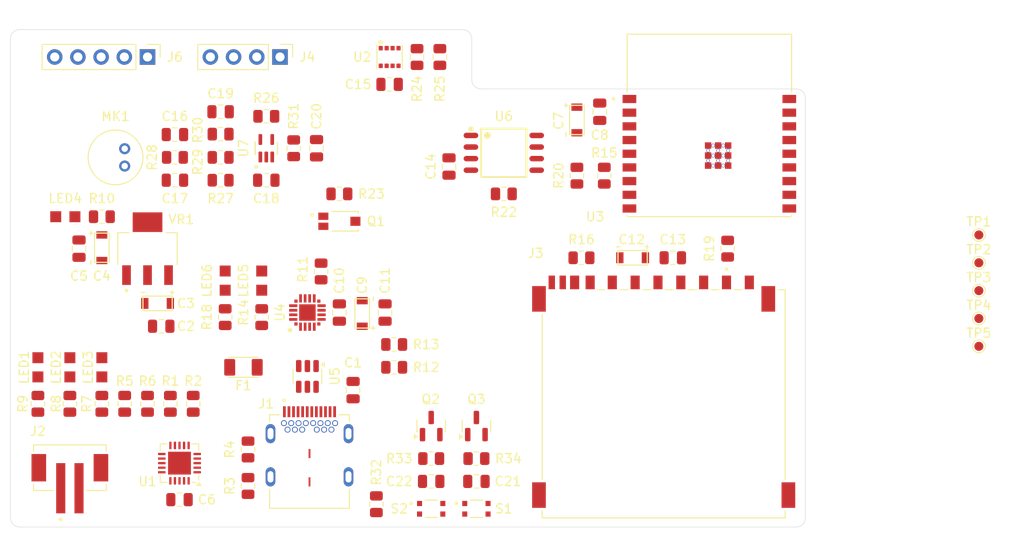
<source format=kicad_pcb>
(kicad_pcb (version 20241229) (generator "pcbnew") (generator_version "9.0")
  (title_block (title "ESP32 sensor board") (date "2025-06-03") (rev "1") (company "Ing. Andrés Chaparro"))
  (layers (0 "F.Cu" signal) (4 "In1.Cu" signal) (6 "In2.Cu" signal) (2 "B.Cu" signal) (13 "F.Paste" user) (15 "B.Paste" user) (5 "F.SilkS" user "F.Silkscreen") (7 "B.SilkS" user "B.Silkscreen") (1 "F.Mask" user) (3 "B.Mask" user) (25 "Edge.Cuts" user))
  (net 0 "")
  (net 1 "/VBUS")
  (net 2 "GND")
  (net 3 "+5V")
  (net 4 "+3.3V")
  (net 5 "/+5V_USB")
  (net 6 "/ESP32-C3-02/VBUS_DI")
  (net 7 "/ESP32-C3-02/Sensors/BIAS")
  (net 8 "/ESP32-C3-02/Sensors/FEEDBACK_2")
  (net 9 "/ESP32-C3-02/MIC_OUT")
  (net 10 "/ESP32-C3-02/BOOT")
  (net 11 "/ESP32-C3-02/EN")
  (net 16 "/USB_DN")
  (net 17 "Net-(J1-CC2)")
  (net 19 "Net-(J1-CC1)")
  (net 21 "/USB_DP")
  (net 26 "/VBAT")
  (net 27 "/ESP32-C3-02/DAT0")
  (net 29 "/ESP32-C3-02/CS_SD")
  (net 30 "/ESP32-C3-02/CLK")
  (net 32 "/ESP32-C3-02/MOSI_DI")
  (net 33 "/ESP32-C3-02/SDA")
  (net 34 "/ESP32-C3-02/SCL")
  (net 35 "/ESP32-C3-02/GPIO_19")
  (net 36 "/ESP32-C3-02/GPIO_8")
  (net 37 "/ESP32-C3-02/GPIO_18")
  (net 38 "/LED1")
  (net 39 "/LED2")
  (net 40 "/LED3")
  (net 41 "/PWR_LED")
  (net 42 "/ESP32-C3-02/TX_LED")
  (net 43 "/ESP32-C3-02/RX_LED")
  (net 44 "/ESP32-C3-02/Sensors/MK_DC")
  (net 45 "/ESP32-C3-02/PHOTO_C")
  (net 46 "/ESP32-C3-02/User interface/B_Q2")
  (net 47 "/ESP32-C3-02/RTS")
  (net 48 "/ESP32-C3-02/User interface/B_Q3")
  (net 49 "/ESP32-C3-02/DTR")
  (net 50 "/TE")
  (net 51 "/THERM")
  (net 52 "/PROG1")
  (net 53 "/PROG3")
  (net 54 "/CHARGING_POWER_GOOD")
  (net 55 "/CHARGED")
  (net 56 "/CHARGING")
  (net 57 "/ESP32-C3-02/RST")
  (net 58 "/ESP32-C3-02/TX")
  (net 59 "/ESP32-C3-02/MOSI")
  (net 60 "/ESP32-C3-02/MISO_DO")
  (net 61 "/ESP32-C3-02/RX")
  (net 62 "/ESP32-C3-02/SCLK")
  (net 63 "/ESP32-C3-02/DO")
  (net 64 "/ESP32-C3-02/CS_MEM")
  (net 65 "/ESP32-C3-02/RX_TX")
  (net 66 "/ESP32-C3-02/TX_RX")
  (net 69 "/ESP32-C3-02/USB_D-")
  (net 73 "/ESP32-C3-02/USB_D+")
  (net 75 "/ESP32-C3-02/Sensors/FEEDBACK_1")
  (net 76 "/ESP32-C3-02/Sensors/MK")
  (footprint "footprints:T491A106K010AT" (layer "F.Cu") (at 142.7 89.2 180)
    (property "Reference" "C3" (at -1.5 -0.8 0) (layer "F.SilkS"))
    (property "Value" "10u")
    (pad "1" smd rect (at 0.2 -0.8 180) (size 0.8 1.2) (layers "F.Cu" "F.Mask" "F.Paste") (net 3 "+5V"))
    (pad "2" smd rect (at 3 -0.8 180) (size 0.8 1.2) (layers "F.Cu" "F.Mask" "F.Paste") (net 2 "GND"))
  )
  (footprint "Package_DFN_QFN:QFN-20-1EP_4x4mm_P0.5mm_EP2.5x2.5mm" (layer "F.Cu") (at 143.5 107.5 180)
    (property "Reference" "U1" (at 3.5 -2 180) (layer "F.SilkS"))
    (property "Value" "MCP73871")
    (pad "1" smd roundrect (at -1.9375 -1 180) (size 0.825 0.25) (layers "F.Cu" "F.Mask" "F.Paste") (net 3 "+5V"))
    (pad "2" smd roundrect (at -1.9375 -0.5 180) (size 0.825 0.25) (layers "F.Cu" "F.Mask" "F.Paste") (net 5 "/+5V_USB"))
    (pad "3" smd roundrect (at -1.9375 0 180) (size 0.825 0.25) (layers "F.Cu" "F.Mask" "F.Paste") (net 2 "GND"))
    (pad "4" smd roundrect (at -1.9375 0.5 180) (size 0.825 0.25) (layers "F.Cu" "F.Mask" "F.Paste") (net 5 "/+5V_USB"))
    (pad "5" smd roundrect (at -1.9375 1 180) (size 0.825 0.25) (layers "F.Cu" "F.Mask" "F.Paste") (net 51 "/THERM"))
    (pad "6" smd roundrect (at -1 1.9375 180) (size 0.25 0.825) (layers "F.Cu" "F.Mask" "F.Paste") (net 56 "/CHARGING"))
    (pad "7" smd roundrect (at -0.5 1.9375 180) (size 0.25 0.825) (layers "F.Cu" "F.Mask" "F.Paste") (net 54 "/CHARGING_POWER_GOOD"))
    (pad "8" smd roundrect (at 0 1.9375 180) (size 0.25 0.825) (layers "F.Cu" "F.Mask" "F.Paste") (net 55 "/CHARGED"))
    (pad "9" smd roundrect (at 0.5 1.9375 180) (size 0.25 0.825) (layers "F.Cu" "F.Mask" "F.Paste") (net 50 "/TE"))
    (pad "10" smd roundrect (at 1 1.9375 180) (size 0.25 0.825) (layers "F.Cu" "F.Mask" "F.Paste") (net 2 "GND"))
    (pad "11" smd roundrect (at 1.9375 1 180) (size 0.825 0.25) (layers "F.Cu" "F.Mask" "F.Paste") (net 2 "GND"))
    (pad "12" smd roundrect (at 1.9375 0.5 180) (size 0.825 0.25) (layers "F.Cu" "F.Mask" "F.Paste") (net 53 "/PROG3"))
    (pad "13" smd roundrect (at 1.9375 0 180) (size 0.825 0.25) (layers "F.Cu" "F.Mask" "F.Paste") (net 52 "/PROG1"))
    (pad "14" smd roundrect (at 1.9375 -0.5 180) (size 0.825 0.25) (layers "F.Cu" "F.Mask" "F.Paste") (net 26 "/VBAT"))
    (pad "15" smd roundrect (at 1.9375 -1 180) (size 0.825 0.25) (layers "F.Cu" "F.Mask" "F.Paste") (net 26 "/VBAT"))
    (pad "16" smd roundrect (at 1 -1.9375 180) (size 0.25 0.825) (layers "F.Cu" "F.Mask" "F.Paste") (net 26 "/VBAT"))
    (pad "17" smd roundrect (at 0.5 -1.9375 180) (size 0.25 0.825) (layers "F.Cu" "F.Mask" "F.Paste") (net 5 "/+5V_USB"))
    (pad "18" smd roundrect (at 0 -1.9375 180) (size 0.25 0.825) (layers "F.Cu" "F.Mask" "F.Paste") (net 5 "/+5V_USB"))
    (pad "19" smd roundrect (at -0.5 -1.9375 180) (size 0.25 0.825) (layers "F.Cu" "F.Mask" "F.Paste") (net 5 "/+5V_USB"))
    (pad "20" smd roundrect (at -1 -1.9375 180) (size 0.25 0.825) (layers "F.Cu" "F.Mask" "F.Paste") (net 3 "+5V"))
    (pad "21" smd rect (at 0 0 180) (size 2.5 2.5) (property pad_prop_heatsink) (layers "F.Cu" "F.Mask") (net 2 "GND"))
  )
  (footprint "Resistor_SMD:R_0805_2012Metric" (layer "F.Cu") (at 135 80.5 180)
    (property "Reference" "R10" (at 0 2 0) (layer "F.SilkS"))
    (property "Value" "470")
    (pad "1" smd roundrect (at -0.9125 0 180) (size 1.025 1.4) (layers "F.Cu" "F.Mask" "F.Paste") (roundrect_rratio 0.243902) (net 2 "GND"))
    (pad "2" smd roundrect (at 0.9125 0 180) (size 1.025 1.4) (layers "F.Cu" "F.Mask" "F.Paste") (roundrect_rratio 0.243902) (net 41 "/PWR_LED"))
  )
  (footprint "Capacitor_SMD:C_0805_2012Metric" (layer "F.Cu") (at 148 69)
    (property "Reference" "C19" (at 0 -2 0) (layer "F.SilkS"))
    (property "Value" "1u")
    (pad "1" smd roundrect (at -0.95 0) (size 1 1.45) (layers "F.Cu" "F.Mask" "F.Paste") (net 8 "/ESP32-C3-02/Sensors/FEEDBACK_2"))
    (pad "2" smd roundrect (at 0.95 0) (size 1 1.45) (layers "F.Cu" "F.Mask" "F.Paste") (net 2 "GND"))
  )
  (footprint "footprints:DIOC200X125X110" (layer "F.Cu") (at 131.5 97 90)
    (property "Reference" "LED2" (at 0 -1.5 90) (layer "F.SilkS"))
    (property "Value" "LTST-C170KGKT")
    (pad "+" smd rect (at 1.05 0 90) (size 1.2 1.2) (layers "F.Cu" "F.Mask" "F.Paste") (net 5 "/+5V_USB"))
    (pad "-" smd rect (at -1.05 0 90) (size 1.2 1.2) (layers "F.Cu" "F.Mask" "F.Paste") (net 39 "/LED2"))
  )
  (footprint "Resistor_SMD:R_0805_2012Metric" (layer "F.Cu") (at 148 74 180)
    (property "Reference" "R29" (at 2.5 -0.5 90) (layer "F.SilkS"))
    (property "Value" "1M")
    (pad "1" smd roundrect (at -0.9125 0 180) (size 1.025 1.4) (layers "F.Cu" "F.Mask" "F.Paste") (roundrect_rratio 0.243902) (net 44 "/ESP32-C3-02/Sensors/MK_DC"))
    (pad "2" smd roundrect (at 0.9125 0 180) (size 1.025 1.4) (layers "F.Cu" "F.Mask" "F.Paste") (roundrect_rratio 0.243902) (net 2 "GND"))
  )
  (footprint "Capacitor_SMD:C_0805_2012Metric" (layer "F.Cu") (at 176 109.5 180)
    (property "Reference" "C21" (at -3.45 0 0) (layer "F.SilkS"))
    (property "Value" "0.1u")
    (pad "1" smd roundrect (at -0.95 0 180) (size 1 1.45) (layers "F.Cu" "F.Mask" "F.Paste") (net 10 "/ESP32-C3-02/BOOT"))
    (pad "2" smd roundrect (at 0.95 0 180) (size 1 1.45) (layers "F.Cu" "F.Mask" "F.Paste") (net 2 "GND"))
  )
  (footprint "MountingHole:MountingHole_2.5mm" (layer "F.Cu") (at 129 73.5)
    (property "Reference" "H2")
    (property "Value" "MountingHole")
    (pad "" np_thru_hole circle (at 0 0) (size 2.5 2.5) (drill 2.5) (layers "*.Cu" "*.Mask"))
  )
  (footprint "footprints:DIOC200X125X110" (layer "F.Cu") (at 135 97 90)
    (property "Reference" "LED3" (at 0 -1.5 90) (layer "F.SilkS"))
    (property "Value" "LTST-C170TBKT")
    (pad "+" smd rect (at 1.05 0 90) (size 1.2 1.2) (layers "F.Cu" "F.Mask" "F.Paste") (net 5 "/+5V_USB"))
    (pad "-" smd rect (at -1.05 0 90) (size 1.2 1.2) (layers "F.Cu" "F.Mask" "F.Paste") (net 40 "/LED3"))
  )
  (footprint "Resistor_SMD:R_0805_2012Metric" (layer "F.Cu") (at 148 76.5 180)
    (property "Reference" "R27" (at 0 -2 0) (layer "F.SilkS"))
    (property "Value" "1M")
    (pad "1" smd roundrect (at -0.9125 0 180) (size 1.025 1.4) (layers "F.Cu" "F.Mask" "F.Paste") (roundrect_rratio 0.243902) (net 4 "+3.3V"))
    (pad "2" smd roundrect (at 0.9125 0 180) (size 1.025 1.4) (layers "F.Cu" "F.Mask" "F.Paste") (roundrect_rratio 0.243902) (net 44 "/ESP32-C3-02/Sensors/MK_DC"))
  )
  (footprint "footprints:CUI_CMC-5042PF-AC" (layer "F.Cu") (at 136.5 74)
    (property "Reference" "MK1" (at 0 -4.5 0) (layer "F.SilkS") (effects (font (size 1.000693 1.000693))))
    (property "Value" "CMC-5042PF-AC")
    (pad "GND" thru_hole circle (at 1 -0.95) (size 1.208 1.208) (drill 0.7) (layers "*.Cu" "*.Mask") (net 2 "GND"))
    (pad "OUT" thru_hole circle (at 1 0.95) (size 1.208 1.208) (drill 0.7) (layers "*.Cu" "*.Mask") (net 76 "/ESP32-C3-02/Sensors/MK"))
  )
  (footprint "footprints:T491A106K010AT" (layer "F.Cu") (at 164.3 92.7 90)
    (property "Reference" "C9" (at 4.7 -0.8 90) (layer "F.SilkS"))
    (property "Value" "4u7")
    (pad "1" smd rect (at 0.2 -0.8 90) (size 0.8 1.2) (layers "F.Cu" "F.Mask" "F.Paste") (net 4 "+3.3V"))
    (pad "2" smd rect (at 3 -0.8 90) (size 0.8 1.2) (layers "F.Cu" "F.Mask" "F.Paste") (net 2 "GND"))
  )
  (footprint "Resistor_SMD:R_0805_2012Metric" (layer "F.Cu") (at 151 110 90)
    (property "Reference" "R3" (at 0 -2 90) (layer "F.SilkS"))
    (property "Value" "5K1")
    (pad "1" smd roundrect (at -0.9125 0 90) (size 1.025 1.4) (layers "F.Cu" "F.Mask" "F.Paste") (roundrect_rratio 0.243902) (net 2 "GND"))
    (pad "2" smd roundrect (at 0.9125 0 90) (size 1.025 1.4) (layers "F.Cu" "F.Mask" "F.Paste") (roundrect_rratio 0.243902) (net 17 "Net-(J1-CC2)"))
  )
  (footprint "Resistor_SMD:R_0805_2012Metric" (layer "F.Cu") (at 142.5 101 -90)
    (property "Reference" "R1" (at -2.5 0 180) (layer "F.SilkS"))
    (property "Value" "10K")
    (pad "1" smd roundrect (at -0.9125 0 270) (size 1.025 1.4) (layers "F.Cu" "F.Mask" "F.Paste") (roundrect_rratio 0.243902) (net 2 "GND"))
    (pad "2" smd roundrect (at 0.9125 0 270) (size 1.025 1.4) (layers "F.Cu" "F.Mask" "F.Paste") (roundrect_rratio 0.243902) (net 50 "/TE"))
  )
  (footprint "footprints:SW_USLPT2819DT2TR" (layer "F.Cu") (at 176 112.5)
    (property "Reference" "S1" (at 3 0 0) (layer "F.SilkS"))
    (property "Value" "USLPT2819DT2TR")
    (pad "1" smd rect (at -1.275 -0.58) (size 0.55 0.57) (layers "F.Cu" "F.Mask" "F.Paste") (net 2 "GND"))
    (pad "2" smd rect (at 1.275 -0.58) (size 0.55 0.57) (layers "F.Cu" "F.Mask" "F.Paste") (net 2 "GND"))
    (pad "3" smd rect (at -1.275 0.58) (size 0.55 0.57) (layers "F.Cu" "F.Mask" "F.Paste") (net 10 "/ESP32-C3-02/BOOT"))
    (pad "4" smd rect (at 1.275 0.58) (size 0.55 0.57) (layers "F.Cu" "F.Mask" "F.Paste") (net 10 "/ESP32-C3-02/BOOT"))
  )
  (footprint "Resistor_SMD:R_0805_2012Metric" (layer "F.Cu") (at 179 78 180)
    (property "Reference" "R22" (at 0 -2 0) (layer "F.SilkS"))
    (property "Value" "50")
    (pad "1" smd roundrect (at -0.9125 0 180) (size 1.025 1.4) (layers "F.Cu" "F.Mask" "F.Paste") (roundrect_rratio 0.243902) (net 60 "/ESP32-C3-02/MISO_DO"))
    (pad "2" smd roundrect (at 0.9125 0 180) (size 1.025 1.4) (layers "F.Cu" "F.Mask" "F.Paste") (roundrect_rratio 0.243902) (net 63 "/ESP32-C3-02/DO"))
  )
  (footprint "Resistor_SMD:R_0805_2012Metric" (layer "F.Cu") (at 152.5 91.5 90)
    (property "Reference" "R14" (at 0.5 -2 90) (layer "F.SilkS"))
    (property "Value" "470")
    (pad "1" smd roundrect (at -0.9125 0 90) (size 1.025 1.4) (layers "F.Cu" "F.Mask" "F.Paste") (roundrect_rratio 0.243902) (net 58 "/ESP32-C3-02/TX"))
    (pad "2" smd roundrect (at 0.9125 0 90) (size 1.025 1.4) (layers "F.Cu" "F.Mask" "F.Paste") (roundrect_rratio 0.243902) (net 42 "/ESP32-C3-02/TX_LED"))
  )
  (footprint "TestPoint:TestPoint_Pad_D1.0mm" (layer "F.Cu") (at 231 85.55)
    (property "Reference" "TP2" (at 0 -1.448 0) (layer "F.SilkS"))
    (property "Value" "Test MISO")
    (pad "1" smd circle (at 0 0) (size 1 1) (layers "F.Cu" "F.Mask") (net 60 "/ESP32-C3-02/MISO_DO"))
  )
  (footprint "Resistor_SMD:R_0805_2012Metric" (layer "F.Cu") (at 171.05 107 180)
    (property "Reference" "R33" (at 3.5 0 0) (layer "F.SilkS"))
    (property "Value" "10K")
    (pad "1" smd roundrect (at -0.9125 0 180) (size 1.025 1.4) (layers "F.Cu" "F.Mask" "F.Paste") (roundrect_rratio 0.243902) (net 49 "/ESP32-C3-02/DTR"))
    (pad "2" smd roundrect (at 0.9125 0 180) (size 1.025 1.4) (layers "F.Cu" "F.Mask" "F.Paste") (roundrect_rratio 0.243902) (net 46 "/ESP32-C3-02/User interface/B_Q2"))
  )
  (footprint "Capacitor_SMD:C_0805_2012Metric" (layer "F.Cu") (at 143 71.5 180)
    (property "Reference" "C16" (at 0 2 0) (layer "F.SilkS"))
    (property "Value" "0.1u")
    (pad "1" smd roundrect (at -0.95 0 180) (size 1 1.45) (layers "F.Cu" "F.Mask" "F.Paste") (net 2 "GND"))
    (pad "2" smd roundrect (at 0.95 0 180) (size 1 1.45) (layers "F.Cu" "F.Mask" "F.Paste") (net 7 "/ESP32-C3-02/Sensors/BIAS"))
  )
  (footprint "TestPoint:TestPoint_Pad_D1.0mm" (layer "F.Cu") (at 231 82.5)
    (property "Reference" "TP1" (at 0 -1.448 0) (layer "F.SilkS"))
    (property "Value" "Test MOSI")
    (pad "1" smd circle (at 0 0) (size 1 1) (layers "F.Cu" "F.Mask") (net 32 "/ESP32-C3-02/MOSI_DI"))
  )
  (footprint "Resistor_SMD:R_0805_2012Metric" (layer "F.Cu") (at 169.5 63 90)
    (property "Reference" "R24" (at -3.5 0 90) (layer "F.SilkS"))
    (property "Value" "4K7")
    (pad "1" smd roundrect (at -0.9125 0 90) (size 1.025 1.4) (layers "F.Cu" "F.Mask" "F.Paste") (roundrect_rratio 0.243902) (net 4 "+3.3V"))
    (pad "2" smd roundrect (at 0.9125 0 90) (size 1.025 1.4) (layers "F.Cu" "F.Mask" "F.Paste") (roundrect_rratio 0.243902) (net 34 "/ESP32-C3-02/SCL"))
  )
  (footprint "footprints:RESC3216X125N" (layer "F.Cu") (at 150.5 97 180)
    (property "Reference" "F1" (at 0 -2 0) (layer "F.SilkS") (effects (font (size 1.000732 1.000732))))
    (property "Value" "0ZCJ0110FF2E")
    (pad "1" smd roundrect (at -1.505 0 180) (size 1.2 1.82) (layers "F.Cu" "F.Mask" "F.Paste") (roundrect_rratio 0.125) (net 1 "/VBUS"))
    (pad "2" smd roundrect (at 1.505 0 180) (size 1.2 1.82) (layers "F.Cu" "F.Mask" "F.Paste") (roundrect_rratio 0.125) (net 5 "/+5V_USB"))
  )
  (footprint "Capacitor_SMD:C_0805_2012Metric" (layer "F.Cu") (at 173 75 -90)
    (property "Reference" "C14" (at 0 2 270) (layer "F.SilkS"))
    (property "Value" "0.1u")
    (pad "1" smd roundrect (at -0.95 0 270) (size 1 1.45) (layers "F.Cu" "F.Mask" "F.Paste") (net 4 "+3.3V"))
    (pad "2" smd roundrect (at 0.95 0 270) (size 1 1.45) (layers "F.Cu" "F.Mask" "F.Paste") (net 2 "GND"))
  )
  (footprint "Capacitor_SMD:C_0805_2012Metric" (layer "F.Cu") (at 153 76.5)
    (property "Reference" "C18" (at 0 2 0) (layer "F.SilkS"))
    (property "Value" "0.1u")
    (pad "1" smd roundrect (at -0.95 0) (size 1 1.45) (layers "F.Cu" "F.Mask" "F.Paste") (net 4 "+3.3V"))
    (pad "2" smd roundrect (at 0.95 0) (size 1 1.45) (layers "F.Cu" "F.Mask" "F.Paste") (net 2 "GND"))
  )
  (footprint "Resistor_SMD:R_0805_2012Metric" (layer "F.Cu") (at 151 106 -90)
    (property "Reference" "R4" (at 0 2 270) (layer "F.SilkS"))
    (property "Value" "5K1")
    (pad "1" smd roundrect (at -0.9125 0 270) (size 1.025 1.4) (layers "F.Cu" "F.Mask" "F.Paste") (roundrect_rratio 0.243902) (net 2 "GND"))
    (pad "2" smd roundrect (at 0.9125 0 270) (size 1.025 1.4) (layers "F.Cu" "F.Mask" "F.Paste") (roundrect_rratio 0.243902) (net 19 "Net-(J1-CC1)"))
  )
  (footprint "footprints:DIOC200X125X110" (layer "F.Cu") (at 128 97 90)
    (property "Reference" "LED1" (at 0 -1.5 90) (layer "F.SilkS"))
    (property "Value" "LTST-C170KRKT")
    (pad "+" smd rect (at 1.05 0 90) (size 1.2 1.2) (layers "F.Cu" "F.Mask" "F.Paste") (net 5 "/+5V_USB"))
    (pad "-" smd rect (at -1.05 0 90) (size 1.2 1.2) (layers "F.Cu" "F.Mask" "F.Paste") (net 38 "/LED1"))
  )
  (footprint "footprints:SOIC127P790X216-8N" (layer "F.Cu") (at 179 73.5)
    (property "Reference" "U6" (at 0 -4 0) (layer "F.SilkS") (effects (font (size 1.001118 1.001118))))
    (property "Value" "W25Q32JVSSIQ")
    (pad "1" smd oval (at -3.6 -1.905) (size 1.6 0.6) (layers "F.Cu" "F.Mask" "F.Paste") (net 64 "/ESP32-C3-02/CS_MEM"))
    (pad "2" smd oval (at -3.6 -0.635) (size 1.6 0.6) (layers "F.Cu" "F.Mask" "F.Paste") (net 63 "/ESP32-C3-02/DO"))
    (pad "3" smd oval (at -3.6 0.635) (size 1.6 0.6) (layers "F.Cu" "F.Mask" "F.Paste") (net 4 "+3.3V"))
    (pad "4" smd oval (at -3.6 1.905) (size 1.6 0.6) (layers "F.Cu" "F.Mask" "F.Paste") (net 2 "GND"))
    (pad "5" smd oval (at 3.6 1.905) (size 1.6 0.6) (layers "F.Cu" "F.Mask" "F.Paste") (net 32 "/ESP32-C3-02/MOSI_DI"))
    (pad "6" smd oval (at 3.6 0.635) (size 1.6 0.6) (layers "F.Cu" "F.Mask" "F.Paste") (net 30 "/ESP32-C3-02/CLK"))
    (pad "7" smd oval (at 3.6 -0.635) (size 1.6 0.6) (layers "F.Cu" "F.Mask" "F.Paste") (net 4 "+3.3V"))
    (pad "8" smd oval (at 3.6 -1.905) (size 1.6 0.6) (layers "F.Cu" "F.Mask" "F.Paste") (net 4 "+3.3V"))
  )
  (footprint "footprints:JST_B2B-PH-SM4-TB" (layer "F.Cu") (at 131.5 108)
    (property "Reference" "J2" (at -3.5 -4 0) (layer "F.SilkS"))
    (property "Value" "B2B-PH-SM4-TB")
    (pad "1" smd rect (at -1 2.25) (size 1 5.5) (layers "F.Cu" "F.Mask" "F.Paste") (net 2 "GND"))
    (pad "2" smd rect (at 1 2.25) (size 1 5.5) (layers "F.Cu" "F.Mask" "F.Paste") (net 26 "/VBAT"))
    (pad "S1" smd rect (at -3.4 0) (size 1.6 3) (layers "F.Cu" "F.Mask" "F.Paste"))
    (pad "S2" smd rect (at 3.4 0) (size 1.6 3) (layers "F.Cu" "F.Mask" "F.Paste"))
  )
  (footprint "Capacitor_SMD:C_0805_2012Metric" (layer "F.Cu") (at 141.5 92.5 180)
    (property "Reference" "C2" (at -2.7 0 0) (layer "F.SilkS"))
    (property "Value" "0.1u")
    (pad "1" smd roundrect (at -0.95 0 180) (size 1 1.45) (layers "F.Cu" "F.Mask" "F.Paste") (net 3 "+5V"))
    (pad "2" smd roundrect (at 0.95 0 180) (size 1 1.45) (layers "F.Cu" "F.Mask" "F.Paste") (net 2 "GND"))
  )
  (footprint "Resistor_SMD:R_0805_2012Metric" (layer "F.Cu") (at 167 94.5 180)
    (property "Reference" "R13" (at -3.5 0 0) (layer "F.SilkS"))
    (property "Value" "47K5")
    (pad "1" smd roundrect (at -0.9125 0 180) (size 1.025 1.4) (layers "F.Cu" "F.Mask" "F.Paste") (roundrect_rratio 0.243902) (net 6 "/ESP32-C3-02/VBUS_DI"))
    (pad "2" smd roundrect (at 0.9125 0 180) (size 1.025 1.4) (layers "F.Cu" "F.Mask" "F.Paste") (roundrect_rratio 0.243902) (net 2 "GND"))
  )
  (footprint "Package_TO_SOT_SMD:SOT-23" (layer "F.Cu") (at 176 103.4375 90)
    (property "Reference" "Q3" (at 2.9375 0 180) (layer "F.SilkS"))
    (property "Value" "BC817")
    (pad "1" smd roundrect (at -0.9375 -0.95 90) (size 1.475 0.6) (layers "F.Cu" "F.Mask" "F.Paste") (net 48 "/ESP32-C3-02/User interface/B_Q3"))
    (pad "2" smd roundrect (at -0.9375 0.95 90) (size 1.475 0.6) (layers "F.Cu" "F.Mask" "F.Paste") (net 10 "/ESP32-C3-02/BOOT"))
    (pad "3" smd roundrect (at 0.9375 0 90) (size 1.475 0.6) (layers "F.Cu" "F.Mask" "F.Paste") (net 49 "/ESP32-C3-02/DTR"))
  )
  (footprint "footprints:SOT65P210X110-5N" (layer "F.Cu") (at 153 73 90)
    (property "Reference" "U7" (at 0 -2.5 90) (layer "F.SilkS"))
    (property "Value" "MAX4466EXK")
    (pad "1" smd roundrect (at -0.96 -0.65 90) (size 1.19 0.4) (layers "F.Cu" "F.Mask" "F.Paste") (net 44 "/ESP32-C3-02/Sensors/MK_DC"))
    (pad "2" smd roundrect (at -0.96 0 90) (size 1.19 0.4) (layers "F.Cu" "F.Mask" "F.Paste") (net 2 "GND"))
    (pad "3" smd roundrect (at -0.96 0.65 90) (size 1.19 0.4) (layers "F.Cu" "F.Mask" "F.Paste") (net 75 "/ESP32-C3-02/Sensors/FEEDBACK_1"))
    (pad "4" smd roundrect (at 0.96 0.65 90) (size 1.19 0.4) (layers "F.Cu" "F.Mask" "F.Paste") (net 9 "/ESP32-C3-02/MIC_OUT"))
    (pad "5" smd roundrect (at 0.96 -0.65 90) (size 1.19 0.4) (layers "F.Cu" "F.Mask" "F.Paste") (net 4 "+3.3V"))
  )
  (footprint "Capacitor_SMD:C_0805_2012Metric" (layer "F.Cu") (at 161 91 90)
    (property "Reference" "C10" (at 3.5 0 90) (layer "F.SilkS"))
    (property "Value" "0.1u")
    (pad "1" smd roundrect (at -0.95 0 90) (size 1 1.45) (layers "F.Cu" "F.Mask" "F.Paste") (net 4 "+3.3V"))
    (pad "2" smd roundrect (at 0.95 0 90) (size 1 1.45) (layers "F.Cu" "F.Mask" "F.Paste") (net 2 "GND"))
  )
  (footprint "Resistor_SMD:R_0805_2012Metric" (layer "F.Cu") (at 172 63 90)
    (property "Reference" "R25" (at -3.5 0 90) (layer "F.SilkS"))
    (property "Value" "4K7")
    (pad "1" smd roundrect (at -0.9125 0 90) (size 1.025 1.4) (layers "F.Cu" "F.Mask" "F.Paste") (roundrect_rratio 0.243902) (net 4 "+3.3V"))
    (pad "2" smd roundrect (at 0.9125 0 90) (size 1.025 1.4) (layers "F.Cu" "F.Mask" "F.Paste") (roundrect_rratio 0.243902) (net 33 "/ESP32-C3-02/SDA"))
  )
  (footprint "footprints:DIOC200X125X110" (layer "F.Cu") (at 152.5 87.5 90)
    (property "Reference" "LED5" (at 0 -2 90) (layer "F.SilkS") (effects (font (thickness 0.15) (bold yes))))
    (property "Value" "LTST-C170KGKT")
    (pad "+" smd rect (at 1.05 0 90) (size 1.2 1.2) (layers "F.Cu" "F.Mask" "F.Paste") (net 4 "+3.3V"))
    (pad "-" smd rect (at -1.05 0 90) (size 1.2 1.2) (layers "F.Cu" "F.Mask" "F.Paste") (net 42 "/ESP32-C3-02/TX_LED"))
  )
  (footprint "Resistor_SMD:R_0805_2012Metric" (layer "F.Cu") (at 135 101 90)
    (property "Reference" "R7" (at 0 -1.65 90) (layer "F.SilkS"))
    (property "Value" "470")
    (pad "1" smd roundrect (at -0.9125 0 90) (size 1.025 1.4) (layers "F.Cu" "F.Mask" "F.Paste") (roundrect_rratio 0.243902) (net 54 "/CHARGING_POWER_GOOD"))
    (pad "2" smd roundrect (at 0.9125 0 90) (size 1.025 1.4) (layers "F.Cu" "F.Mask" "F.Paste") (roundrect_rratio 0.243902) (net 40 "/LED3"))
  )
  (footprint "Capacitor_SMD:C_0805_2012Metric" (layer "F.Cu") (at 197.5 85)
    (property "Reference" "C13" (at 0 -2 0) (layer "F.SilkS"))
    (property "Value" "0.1u")
    (pad "1" smd roundrect (at -0.95 0) (size 1 1.45) (layers "F.Cu" "F.Mask" "F.Paste") (net 4 "+3.3V"))
    (pad "2" smd roundrect (at 0.95 0) (size 1 1.45) (layers "F.Cu" "F.Mask" "F.Paste") (net 2 "GND"))
  )
  (footprint "Capacitor_SMD:C_0805_2012Metric" (layer "F.Cu") (at 166.5 66)
    (property "Reference" "C15" (at -3.45 0 0) (layer "F.SilkS"))
    (property "Value" "0.1u")
    (pad "1" smd roundrect (at -0.95 0) (size 1 1.45) (layers "F.Cu" "F.Mask" "F.Paste") (net 4 "+3.3V"))
    (pad "2" smd roundrect (at 0.95 0) (size 1 1.45) (layers "F.Cu" "F.Mask" "F.Paste") (net 2 "GND"))
  )
  (footprint "Resistor_SMD:R_0805_2012Metric" (layer "F.Cu") (at 148.5 91.5 90)
    (property "Reference" "R18" (at 0 -2 90) (layer "F.SilkS"))
    (property "Value" "470")
    (pad "1" smd roundrect (at -0.9125 0 90) (size 1.025 1.4) (layers "F.Cu" "F.Mask" "F.Paste") (roundrect_rratio 0.243902) (net 61 "/ESP32-C3-02/RX"))
    (pad "2" smd roundrect (at 0.9125 0 90) (size 1.025 1.4) (layers "F.Cu" "F.Mask" "F.Paste") (roundrect_rratio 0.243902) (net 43 "/ESP32-C3-02/RX_LED"))
  )
  (footprint "Resistor_SMD:R_0805_2012Metric" (layer "F.Cu") (at 148 71.45 180)
    (property "Reference" "R30" (at 2.5 0.45 90) (layer "F.SilkS"))
    (property "Value" "10K")
    (pad "1" smd roundrect (at -0.9125 0 180) (size 1.025 1.4) (layers "F.Cu" "F.Mask" "F.Paste") (roundrect_rratio 0.243902) (net 75 "/ESP32-C3-02/Sensors/FEEDBACK_1"))
    (pad "2" smd roundrect (at 0.9125 0 180) (size 1.025 1.4) (layers "F.Cu" "F.Mask" "F.Paste") (roundrect_rratio 0.243902) (net 8 "/ESP32-C3-02/Sensors/FEEDBACK_2"))
  )
  (footprint "Connector_PinHeader_2.54mm:PinHeader_1x04_P2.54mm_Vertical" (layer "F.Cu") (at 154.5 63 -90)
    (property "Reference" "J4" (at 0 -3 180) (layer "F.SilkS"))
    (property "Value" "Conn_01x04_Pin")
    (pad "1" thru_hole rect (at 0 0 270) (size 1.7 1.7) (drill 1) (layers "*.Cu" "*.Mask") (net 4 "+3.3V"))
    (pad "2" thru_hole circle (at 0 2.54 270) (size 1.7 1.7) (drill 1) (layers "*.Cu" "*.Mask") (net 33 "/ESP32-C3-02/SDA"))
    (pad "3" thru_hole circle (at 0 5.08 270) (size 1.7 1.7) (drill 1) (layers "*.Cu" "*.Mask") (net 34 "/ESP32-C3-02/SCL"))
    (pad "4" thru_hole circle (at 0 7.62 270) (size 1.7 1.7) (drill 1) (layers "*.Cu" "*.Mask") (net 2 "GND"))
  )
  (footprint "footprints:BELFUSE_SS-52400-003" (layer "F.Cu") (at 157.73 109)
    (property "Reference" "J1" (at -4.73 -8 0) (layer "F.SilkS"))
    (property "Value" "SS-52400-003")
    (pad "A1" smd rect (at -2.75 -7.13) (size 0.3 1.2) (layers "F.Cu" "F.Mask" "F.Paste") (net 2 "GND"))
    (pad "A2" smd rect (at -2.25 -7.13) (size 0.3 1.2) (layers "F.Cu" "F.Mask" "F.Paste"))
    (pad "A3" smd rect (at -1.75 -7.13) (size 0.3 1.2) (layers "F.Cu" "F.Mask" "F.Paste"))
    (pad "A4" smd rect (at -1.25 -7.13) (size 0.3 1.2) (layers "F.Cu" "F.Mask" "F.Paste") (net 1 "/VBUS"))
    (pad "A5" smd rect (at -0.75 -7.13) (size 0.3 1.2) (layers "F.Cu" "F.Mask" "F.Paste") (net 19 "Net-(J1-CC1)"))
    (pad "A6" smd rect (at -0.25 -7.13) (size 0.3 1.2) (layers "F.Cu" "F.Mask" "F.Paste") (net 21 "/USB_DP"))
    (pad "A7" smd rect (at 0.25 -7.13) (size 0.3 1.2) (layers "F.Cu" "F.Mask" "F.Paste") (net 16 "/USB_DN"))
    (pad "A8" smd rect (at 0.75 -7.13) (size 0.3 1.2) (layers "F.Cu" "F.Mask" "F.Paste"))
    (pad "A9" smd rect (at 1.25 -7.13) (size 0.3 1.2) (layers "F.Cu" "F.Mask" "F.Paste") (net 1 "/VBUS"))
    (pad "A10" smd rect (at 1.75 -7.13) (size 0.3 1.2) (layers "F.Cu" "F.Mask" "F.Paste"))
    (pad "A11" smd rect (at 2.25 -7.13) (size 0.3 1.2) (layers "F.Cu" "F.Mask" "F.Paste"))
    (pad "A12" smd rect (at 2.75 -7.13) (size 0.3 1.2) (layers "F.Cu" "F.Mask" "F.Paste") (net 2 "GND"))
    (pad "B1" thru_hole circle (at 2.8 -5.88) (size 0.65 0.65) (drill 0.45) (layers "*.Cu" "*.Mask") (net 2 "GND"))
    (pad "B2" thru_hole circle (at 2.4 -5.17) (size 0.65 0.65) (drill 0.45) (layers "*.Cu" "*.Mask"))
    (pad "B3" thru_hole circle (at 1.6 -5.17) (size 0.65 0.65) (drill 0.45) (layers "*.Cu" "*.Mask"))
    (pad "B4" thru_hole circle (at 1.2 -5.88) (size 0.65 0.65) (drill 0.45) (layers "*.Cu" "*.Mask") (net 1 "/VBUS"))
    (pad "B5" thru_hole circle (at 0.8 -5.17) (size 0.65 0.65) (drill 0.45) (layers "*.Cu" "*.Mask") (net 17 "Net-(J1-CC2)"))
    (pad "B6" thru_hole circle (at 0.4 -5.88) (size 0.65 0.65) (drill 0.45) (layers "*.Cu" "*.Mask") (net 21 "/USB_DP"))
    (pad "B7" thru_hole circle (at -0.4 -5.88) (size 0.65 0.65) (drill 0.45) (layers "*.Cu" "*.Mask") (net 16 "/USB_DN"))
    (pad "B8" thru_hole circle (at -0.8 -5.17) (size 0.65 0.65) (drill 0.45) (layers "*.Cu" "*.Mask"))
    (pad "B9" thru_hole circle (at -1.2 -5.88) (size 0.65 0.65) (drill 0.45) (layers "*.Cu" "*.Mask") (net 1 "/VBUS"))
    (pad "B10" thru_hole circle (at -1.6 -5.17) (size 0.65 0.65) (drill 0.45) (layers "*.Cu" "*.Mask"))
    (pad "B11" thru_hole circle (at -2.4 -5.17) (size 0.65 0.65) (drill 0.45) (layers "*.Cu" "*.Mask"))
    (pad "B12" thru_hole circle (at -2.8 -5.88) (size 0.65 0.65) (drill 0.45) (layers "*.Cu" "*.Mask") (net 2 "GND"))
    (pad "G1" thru_hole circle (at 2 -5.88) (size 0.65 0.65) (drill 0.45) (layers "*.Cu" "*.Mask") (net 2 "GND"))
    (pad "G2" thru_hole circle (at -2 -5.88) (size 0.65 0.65) (drill 0.45) (layers "*.Cu" "*.Mask") (net 2 "GND"))
    (pad "G3" smd rect (at 0 -2.55) (size 0.2 1) (layers "F.Cu" "F.Mask" "F.Paste") (net 2 "GND"))
    (pad "G4" smd rect (at 0 0.55) (size 0.2 1) (layers "F.Cu" "F.Mask" "F.Paste") (net 2 "GND"))
    (pad "S1" thru_hole oval (at -4.27 -4.73) (size 1.05 2.1) (drill oval 0.65 1.25) (layers "*.Cu" "*.Mask") (net 2 "GND"))
    (pad "S2" thru_hole oval (at 4.27 -4.73) (size 1.05 2.1) (drill oval 0.65 1.25) (layers "*.Cu" "*.Mask") (net 2 "GND"))
    (pad "S3" thru_hole oval (at -4.27 0) (size 1.05 2.1) (drill oval 0.65 1.25) (layers "*.Cu" "*.Mask") (net 2 "GND"))
    (pad "S4" thru_hole oval (at 4.27 0) (size 1.05 2.1) (drill oval 0.65 1.25) (layers "*.Cu" "*.Mask") (net 2 "GND"))
  )
  (footprint "Capacitor_SMD:C_0805_2012Metric" (layer "F.Cu") (at 189.5 69 -90)
    (property "Reference" "C8" (at 2.55 0 0) (layer "F.SilkS"))
    (property "Value" "0.1u")
    (pad "1" smd roundrect (at -0.95 0 270) (size 1 1.45) (layers "F.Cu" "F.Mask" "F.Paste") (net 4 "+3.3V"))
    (pad "2" smd roundrect (at 0.95 0 270) (size 1 1.45) (layers "F.Cu" "F.Mask" "F.Paste") (net 2 "GND"))
  )
  (footprint "Resistor_SMD:R_0805_2012Metric" (layer "F.Cu") (at 165.05 112 -90)
    (property "Reference" "R32" (at -3.5 0 90) (layer "F.SilkS"))
    (property "Value" "10K")
    (pad "1" smd roundrect (at -0.9125 0 270) (size 1.025 1.4) (layers "F.Cu" "F.Mask" "F.Paste") (roundrect_rratio 0.243902) (net 4 "+3.3V"))
    (pad "2" smd roundrect (at 0.9125 0 270) (size 1.025 1.4) (layers "F.Cu" "F.Mask" "F.Paste") (roundrect_rratio 0.243902) (net 11 "/ESP32-C3-02/EN"))
  )
  (footprint "Resistor_SMD:R_0805_2012Metric" (layer "F.Cu") (at 159 86.5 -90)
    (property "Reference" "R11" (at -0.227064 2 270) (layer "F.SilkS"))
    (property "Value" "1K")
    (pad "1" smd roundrect (at -0.9125 0 270) (size 1.025 1.4) (layers "F.Cu" "F.Mask" "F.Paste") (roundrect_rratio 0.243902) (net 4 "+3.3V"))
    (pad "2" smd roundrect (at 0.9125 0 270) (size 1.025 1.4) (layers "F.Cu" "F.Mask" "F.Paste") (roundrect_rratio 0.243902) (net 57 "/ESP32-C3-02/RST"))
  )
  (footprint "footprints:MODULE_ESP32-C3-WROOM-02-H4" (layer "F.Cu") (at 201.5 70.5)
    (property "Reference" "U3" (at -12.5 10 0) (layer "F.SilkS"))
    (property "Value" "ESP32-C3-WROOM-02-H4")
    (pad "1" smd rect (at -8.75 -2.9) (size 1.5 0.9) (layers "F.Cu" "F.Mask" "F.Paste") (net 4 "+3.3V"))
    (pad "2" smd rect (at -8.75 -1.4) (size 1.5 0.9) (layers "F.Cu" "F.Mask" "F.Paste") (net 11 "/ESP32-C3-02/EN"))
    (pad "3" smd rect (at -8.75 0.1) (size 1.5 0.9) (layers "F.Cu" "F.Mask" "F.Paste") (net 33 "/ESP32-C3-02/SDA"))
    (pad "4" smd rect (at -8.75 1.6) (size 1.5 0.9) (layers "F.Cu" "F.Mask" "F.Paste") (net 9 "/ESP32-C3-02/MIC_OUT"))
    (pad "5" smd rect (at -8.75 3.1) (size 1.5 0.9) (layers "F.Cu" "F.Mask" "F.Paste") (net 62 "/ESP32-C3-02/SCLK"))
    (pad "6" smd rect (at -8.75 4.6) (size 1.5 0.9) (layers "F.Cu" "F.Mask" "F.Paste") (net 59 "/ESP32-C3-02/MOSI"))
    (pad "7" smd rect (at -8.75 6.1) (size 1.5 0.9) (layers "F.Cu" "F.Mask" "F.Paste") (net 36 "/ESP32-C3-02/GPIO_8"))
    (pad "8" smd rect (at -8.75 7.6) (size 1.5 0.9) (layers "F.Cu" "F.Mask" "F.Paste") (net 10 "/ESP32-C3-02/BOOT"))
    (pad "9" smd rect (at -8.75 9.1) (size 1.5 0.9) (layers "F.Cu" "F.Mask" "F.Paste") (net 2 "GND"))
    (pad "10" smd rect (at 8.75 9.1) (size 1.5 0.9) (layers "F.Cu" "F.Mask" "F.Paste") (net 64 "/ESP32-C3-02/CS_MEM"))
    (pad "11" smd rect (at 8.75 7.6) (size 1.5 0.9) (layers "F.Cu" "F.Mask" "F.Paste") (net 66 "/ESP32-C3-02/TX_RX"))
    (pad "12" smd rect (at 8.75 6.1) (size 1.5 0.9) (layers "F.Cu" "F.Mask" "F.Paste") (net 65 "/ESP32-C3-02/RX_TX"))
    (pad "13" smd rect (at 8.75 4.6) (size 1.5 0.9) (layers "F.Cu" "F.Mask" "F.Paste") (net 37 "/ESP32-C3-02/GPIO_18"))
    (pad "14" smd rect (at 8.75 3.1) (size 1.5 0.9) (layers "F.Cu" "F.Mask" "F.Paste") (net 35 "/ESP32-C3-02/GPIO_19"))
    (pad "15" smd rect (at 8.75 1.6) (size 1.5 0.9) (layers "F.Cu" "F.Mask" "F.Paste") (net 34 "/ESP32-C3-02/SCL"))
    (pad "16" smd rect (at 8.75 0.1) (size 1.5 0.9) (layers "F.Cu" "F.Mask" "F.Paste") (net 60 "/ESP32-C3-02/MISO_DO"))
    (pad "17" smd rect (at 8.75 -1.4) (size 1.5 0.9) (layers "F.Cu" "F.Mask" "F.Paste") (net 45 "/ESP32-C3-02/PHOTO_C"))
    (pad "18" smd rect (at 8.75 -2.9) (size 1.5 0.9) (layers "F.Cu" "F.Mask" "F.Paste") (net 29 "/ESP32-C3-02/CS_SD"))
    (pad "19" smd rect (at -0.14 2.2) (size 0.7 0.7) (layers "F.Cu" "F.Mask" "F.Paste") (net 2 "GND"))
    (pad "20" smd rect (at 0.96 2.2) (size 0.7 0.7) (layers "F.Cu" "F.Mask" "F.Paste") (net 2 "GND"))
    (pad "21" smd rect (at 2.06 2.2) (size 0.7 0.7) (layers "F.Cu" "F.Mask" "F.Paste") (net 2 "GND"))
    (pad "22" smd rect (at -0.14 3.3) (size 0.7 0.7) (layers "F.Cu" "F.Mask" "F.Paste") (net 2 "GND"))
    (pad "23" smd rect (at 0.96 3.3) (size 0.7 0.7) (layers "F.Cu" "F.Mask" "F.Paste") (net 2 "GND"))
    (pad "24" smd rect (at 2.06 3.3) (size 0.7 0.7) (layers "F.Cu" "F.Mask" "F.Paste") (net 2 "GND"))
    (pad "25" smd rect (at -0.14 4.4) (size 0.7 0.7) (layers "F.Cu" "F.Mask" "F.Paste") (net 2 "GND"))
    (pad "26" smd rect (at 0.96 4.4) (size 0.7 0.7) (layers "F.Cu" "F.Mask" "F.Paste") (net 2 "GND"))
    (pad "27" smd rect (at 2.06 4.4) (size 0.7 0.7) (layers "F.Cu" "F.Mask" "F.Paste") (net 2 "GND"))
    (pad "28" thru_hole circle (at 0.41 2.2) (size 0.4 0.4) (drill 0.3) (layers "*.Cu") (net 2 "GND"))
    (pad "29" thru_hole circle (at 1.51 2.2) (size 0.4 0.4) (drill 0.3) (layers "*.Cu") (net 2 "GND"))
    (pad "30" thru_hole circle (at -0.14 2.75) (size 0.4 0.4) (drill 0.3) (layers "*.Cu") (net 2 "GND"))
    (pad "31" thru_hole circle (at 0.96 2.75) (size 0.4 0.4) (drill 0.3) (layers "*.Cu") (net 2 "GND"))
    (pad "32" thru_hole circle (at 2.06 2.75) (size 0.4 0.4) (drill 0.3) (layers "*.Cu") (net 2 "GND"))
    (pad "33" thru_hole circle (at 0.41 3.3) (size 0.4 0.4) (drill 0.3) (layers "*.Cu") (net 2 "GND"))
    (pad "34" thru_hole circle (at 1.51 3.3) (size 0.4 0.4) (drill 0.3) (layers "*.Cu") (net 2 "GND"))
    (pad "35" thru_hole circle (at -0.14 3.85) (size 0.4 0.4) (drill 0.3) (layers "*.Cu") (net 2 "GND"))
    (pad "36" thru_hole circle (at 0.96 3.85) (size 0.4 0.4) (drill 0.3) (layers "*.Cu") (net 2 "GND"))
    (pad "37" thru_hole circle (at 2.06 3.85) (size 0.4 0.4) (drill 0.3) (layers "*.Cu") (net 2 "GND"))
    (pad "38" thru_hole circle (at 0.41 4.4) (size 0.4 0.4) (drill 0.3) (layers "*.Cu") (net 2 "GND"))
    (pad "39" thru_hole circle (at 1.51 4.4) (size 0.4 0.4) (drill 0.3) (layers "*.Cu") (net 2 "GND"))
  )
  (footprint "Package_TO_SOT_SMD:SOT-23-6" (layer "F.Cu") (at 157.5 98 -90)
    (property "Reference" "U5" (at 0 -3 90) (layer "F.SilkS"))
    (property "Value" "USBLC6-2SC6")
    (pad "1" smd roundrect (at -1.1375 -0.95 270) (size 1.325 0.6) (layers "F.Cu" "F.Mask" "F.Paste") (net 69 "/ESP32-C3-02/USB_D-"))
    (pad "2" smd roundrect (at -1.1375 0 270) (size 1.325 0.6) (layers "F.Cu" "F.Mask" "F.Paste") (net 2 "GND"))
    (pad "3" smd roundrect (at -1.1375 0.95 270) (size 1.325 0.6) (layers "F.Cu" "F.Mask" "F.Paste") (net 73 "/ESP32-C3-02/USB_D+"))
    (pad "4" smd roundrect (at 1.1375 0.95 270) (size 1.325 0.6) (layers "F.Cu" "F.Mask" "F.Paste") (net 21 "/USB_DP"))
    (pad "5" smd roundrect (at 1.1375 0 270) (size 1.325 0.6) (layers "F.Cu" "F.Mask" "F.Paste") (net 1 "/VBUS"))
    (pad "6" smd roundrect (at 1.1375 -0.95 270) (size 1.325 0.6) (layers "F.Cu" "F.Mask" "F.Paste") (net 16 "/USB_DN"))
  )
  (footprint "Resistor_SMD:R_0805_2012Metric" (layer "F.Cu") (at 187.5 85 180)
    (property "Reference" "R16" (at 0 2 0) (layer "F.SilkS"))
    (property "Value" "50")
    (pad "1" smd roundrect (at -0.9125 0 180) (size 1.025 1.4) (layers "F.Cu" "F.Mask" "F.Paste") (roundrect_rratio 0.243902) (net 27 "/ESP32-C3-02/DAT0"))
    (pad "2" smd roundrect (at 0.9125 0 180) (size 1.025 1.4) (layers "F.Cu" "F.Mask" "F.Paste") (roundrect_rratio 0.243902) (net 60 "/ESP32-C3-02/MISO_DO"))
  )
  (footprint "Resistor_SMD:R_0805_2012Metric" (layer "F.Cu") (at 140 101 -90)
    (property "Reference" "R6" (at -2.5 0 180) (layer "F.SilkS"))
    (property "Value" "20K")
    (pad "1" smd roundrect (at -0.9125 0 270) (size 1.025 1.4) (layers "F.Cu" "F.Mask" "F.Paste") (roundrect_rratio 0.243902) (net 2 "GND"))
    (pad "2" smd roundrect (at 0.9125 0 270) (size 1.025 1.4) (layers "F.Cu" "F.Mask" "F.Paste") (roundrect_rratio 0.243902) (net 53 "/PROG3"))
  )
  (footprint "Resistor_SMD:R_0805_2012Metric" (layer "F.Cu") (at 176 107)
    (property "Reference" "R34" (at 3.5 0 0) (layer "F.SilkS"))
    (property "Value" "10K")
    (pad "1" smd roundrect (at -0.9125 0) (size 1.025 1.4) (layers "F.Cu" "F.Mask" "F.Paste") (roundrect_rratio 0.243902) (net 47 "/ESP32-C3-02/RTS"))
    (pad "2" smd roundrect (at 0.9125 0) (size 1.025 1.4) (layers "F.Cu" "F.Mask" "F.Paste") (roundrect_rratio 0.243902) (net 48 "/ESP32-C3-02/User interface/B_Q3"))
  )
  (footprint "Resistor_SMD:R_0805_2012Metric" (layer "F.Cu") (at 167 97)
    (property "Reference" "R12" (at 3.5 0 0) (layer "F.SilkS"))
    (property "Value" "22K1")
    (pad "1" smd roundrect (at -0.9125 0) (size 1.025 1.4) (layers "F.Cu" "F.Mask" "F.Paste") (roundrect_rratio 0.243902) (net 1 "/VBUS"))
    (pad "2" smd roundrect (at 0.9125 0) (size 1.025 1.4) (layers "F.Cu" "F.Mask" "F.Paste") (roundrect_rratio 0.243902) (net 6 "/ESP32-C3-02/VBUS_DI"))
  )
  (footprint "Connector_PinHeader_2.54mm:PinHeader_1x05_P2.54mm_Vertical" (layer "F.Cu") (at 140 63 -90)
    (property "Reference" "J6" (at 0 -3 180) (layer "F.SilkS"))
    (property "Value" "Conn_01x05_Pin")
    (pad "1" thru_hole rect (at 0 0 270) (size 1.7 1.7) (drill 1) (layers "*.Cu" "*.Mask") (net 4 "+3.3V"))
    (pad "2" thru_hole circle (at 0 2.54 270) (size 1.7 1.7) (drill 1) (layers "*.Cu" "*.Mask") (net 36 "/ESP32-C3-02/GPIO_8"))
    (pad "3" thru_hole circle (at 0 5.08 270) (size 1.7 1.7) (drill 1) (layers "*.Cu" "*.Mask") (net 37 "/ESP32-C3-02/GPIO_18"))
    (pad "4" thru_hole circle (at 0 7.62 270) (size 1.7 1.7) (drill 1) (layers "*.Cu" "*.Mask") (net 35 "/ESP32-C3-02/GPIO_19"))
    (pad "5" thru_hole circle (at 0 10.16 270) (size 1.7 1.7) (drill 1) (layers "*.Cu" "*.Mask") (net 2 "GND"))
  )
  (footprint "footprints:T491A106K010AT" (layer "F.Cu") (at 134.2 82.3 -90)
    (property "Reference" "C4" (at 4.7 -0.8 180) (layer "F.SilkS"))
    (property "Value" "10u")
    (pad "1" smd rect (at 0.2 -0.8 270) (size 0.8 1.2) (layers "F.Cu" "F.Mask" "F.Paste") (net 4 "+3.3V"))
    (pad "2" smd rect (at 3 -0.8 270) (size 0.8 1.2) (layers "F.Cu" "F.Mask" "F.Paste") (net 2 "GND"))
  )
  (footprint "Resistor_SMD:R_0805_2012Metric" (layer "F.Cu") (at 128 101 90)
    (property "Reference" "R9" (at 0 -1.65 90) (layer "F.SilkS"))
    (property "Value" "470")
    (pad "1" smd roundrect (at -0.9125 0 90) (size 1.025 1.4) (layers "F.Cu" "F.Mask" "F.Paste") (roundrect_rratio 0.243902) (net 56 "/CHARGING"))
    (pad "2" smd roundrect (at 0.9125 0 90) (size 1.025 1.4) (layers "F.Cu" "F.Mask" "F.Paste") (roundrect_rratio 0.243902) (net 38 "/LED1"))
  )
  (footprint "Capacitor_SMD:C_0805_2012Metric" (layer "F.Cu") (at 143.5 111.5)
    (property "Reference" "C6" (at 3 0 180) (layer "F.SilkS"))
    (property "Value" "1u")
    (pad "1" smd roundrect (at -0.95 0) (size 1 1.45) (layers "F.Cu" "F.Mask" "F.Paste") (net 5 "/+5V_USB"))
    (pad "2" smd roundrect (at 0.95 0) (size 1 1.45) (layers "F.Cu" "F.Mask" "F.Paste") (net 2 "GND"))
  )
  (footprint "TestPoint:TestPoint_Pad_D1.0mm" (layer "F.Cu") (at 231 88.6)
    (property "Reference" "TP3" (at 0 -1.448 0) (layer "F.SilkS"))
    (property "Value" "Test SCLK")
    (pad "1" smd circle (at 0 0) (size 1 1) (layers "F.Cu" "F.Mask") (net 62 "/ESP32-C3-02/SCLK"))
  )
  (footprint "Package_TO_SOT_SMD:SOT-23" (layer "F.Cu") (at 171.05 103.4375 90)
    (property "Reference" "Q2" (at 2.9375 -0.05 180) (layer "F.SilkS"))
    (property "Value" "BC817")
    (pad "1" smd roundrect (at -0.9375 -0.95 90) (size 1.475 0.6) (layers "F.Cu" "F.Mask" "F.Paste") (net 46 "/ESP32-C3-02/User interface/B_Q2"))
    (pad "2" smd roundrect (at -0.9375 0.95 90) (size 1.475 0.6) (layers "F.Cu" "F.Mask" "F.Paste") (net 47 "/ESP32-C3-02/RTS"))
    (pad "3" smd roundrect (at 0.9375 0 90) (size 1.475 0.6) (layers "F.Cu" "F.Mask" "F.Paste") (net 11 "/ESP32-C3-02/EN"))
  )
  (footprint "MountingHole:MountingHole_2.5mm" (layer "F.Cu") (at 129 89.5)
    (property "Reference" "H3")
    (property "Value" "MountingHole")
    (pad "" np_thru_hole circle (at 0 0) (size 2.5 2.5) (drill 2.5) (layers "*.Cu" "*.Mask"))
  )
  (footprint "Resistor_SMD:R_0805_2012Metric" (layer "F.Cu") (at 137.5 101 -90)
    (property "Reference" "R5" (at -2.5 0 0) (layer "F.SilkS"))
    (property "Value" "2K")
    (pad "1" smd roundrect (at -0.9125 0 270) (size 1.025 1.4) (layers "F.Cu" "F.Mask" "F.Paste") (roundrect_rratio 0.243902) (net 2 "GND"))
    (pad "2" smd roundrect (at 0.9125 0 270) (size 1.025 1.4) (layers "F.Cu" "F.Mask" "F.Paste") (roundrect_rratio 0.243902) (net 52 "/PROG1"))
  )
  (footprint "MountingHole:MountingHole_2.5mm" (layer "F.Cu") (at 177 85)
    (property "Reference" "H1")
    (property "Value" "MountingHole")
    (pad "" np_thru_hole circle (at 0 0) (size 2.5 2.5) (drill 2.5) (layers "*.Cu" "*.Mask"))
  )
  (footprint "Capacitor_SMD:C_0805_2012Metric" (layer "F.Cu") (at 143 76.5)
    (property "Reference" "C17" (at 0 2 0) (layer "F.SilkS"))
    (property "Value" "10n")
    (pad "1" smd roundrect (at -0.95 0) (size 1 1.45) (layers "F.Cu" "F.Mask" "F.Paste") (net 76 "/ESP32-C3-02/Sensors/MK"))
    (pad "2" smd roundrect (at 0.95 0) (size 1 1.45) (layers "F.Cu" "F.Mask" "F.Paste") (net 44 "/ESP32-C3-02/Sensors/MK_DC"))
  )
  (footprint "Resistor_SMD:R_0805_2012Metric" (layer "F.Cu") (at 131.5 101 90)
    (property "Reference" "R8" (at 0 -1.5 90) (layer "F.SilkS"))
    (property "Value" "470")
    (pad "1" smd roundrect (at -0.9125 0 90) (size 1.025 1.4) (layers "F.Cu" "F.Mask" "F.Paste") (roundrect_rratio 0.243902) (net 55 "/CHARGED"))
    (pad "2" smd roundrect (at 0.9125 0 90) (size 1.025 1.4) (layers "F.Cu" "F.Mask" "F.Paste") (roundrect_rratio 0.243902) (net 39 "/LED2"))
  )
  (footprint "Capacitor_SMD:C_0805_2012Metric" (layer "F.Cu") (at 171.05 109.5 180)
    (property "Reference" "C22" (at 3.5 0 0) (layer "F.SilkS"))
    (property "Value" "1u")
    (pad "1" smd roundrect (at -0.95 0 180) (size 1 1.45) (layers "F.Cu" "F.Mask" "F.Paste") (net 11 "/ESP32-C3-02/EN"))
    (pad "2" smd roundrect (at 0.95 0 180) (size 1 1.45) (layers "F.Cu" "F.Mask" "F.Paste") (net 2 "GND"))
  )
  (footprint "footprints:TRANS_TEMT6000X01" (layer "F.Cu") (at 161 81)
    (property "Reference" "Q1" (at 4 0 0) (layer "F.SilkS"))
    (property "Value" "TEMT6000X01")
    (pad "1" smd rect (at -1.755 -0.55) (size 1.1 0.8) (layers "F.Cu" "F.Mask" "F.Paste") (net 2 "GND"))
    (pad "2" smd rect (at -1.755 0.55) (size 1.1 0.8) (layers "F.Cu" "F.Mask" "F.Paste"))
    (pad "3" smd rect (at 1.755 0) (size 1.1 1) (layers "F.Cu" "F.Mask" "F.Paste") (net 45 "/ESP32-C3-02/PHOTO_C"))
  )
  (footprint "TestPoint:TestPoint_Pad_D1.0mm" (layer "F.Cu") (at 231 91.65)
    (property "Reference" "TP4" (at 0 -1.448 0) (layer "F.SilkS"))
    (property "Value" "Test CS_SD")
    (pad "1" smd circle (at 0 0) (size 1 1) (layers "F.Cu" "F.Mask") (net 29 "/ESP32-C3-02/CS_SD"))
  )
  (footprint "Capacitor_SMD:C_0805_2012Metric" (layer "F.Cu") (at 158.5 73 90)
    (property "Reference" "C20" (at 3.5 0 90) (layer "F.SilkS"))
    (property "Value" "100p")
    (pad "1" smd roundrect (at -0.95 0 90) (size 1 1.45) (layers "F.Cu" "F.Mask" "F.Paste") (net 75 "/ESP32-C3-02/Sensors/FEEDBACK_1"))
    (pad "2" smd roundrect (at 0.95 0 90) (size 1 1.45) (layers "F.Cu" "F.Mask" "F.Paste") (net 9 "/ESP32-C3-02/MIC_OUT"))
  )
  (footprint "Resistor_SMD:R_0805_2012Metric" (layer "F.Cu") (at 156 73 90)
    (property "Reference" "R31" (at 3.5 0 90) (layer "F.SilkS"))
    (property "Value" "100K")
    (pad "1" smd roundrect (at -0.9125 0 90) (size 1.025 1.4) (layers "F.Cu" "F.Mask" "F.Paste") (roundrect_rratio 0.243902) (net 75 "/ESP32-C3-02/Sensors/FEEDBACK_1"))
    (pad "2" smd roundrect (at 0.9125 0 90) (size 1.025 1.4) (layers "F.Cu" "F.Mask" "F.Paste") (roundrect_rratio 0.243902) (net 9 "/ESP32-C3-02/MIC_OUT"))
  )
  (footprint "footprints:DIOC200X125X110" (layer "F.Cu") (at 131 80.5 180)
    (property "Reference" "LED4" (at 0 2 0) (layer "F.SilkS"))
    (property "Value" "LTST-C170KRKT")
    (pad "+" smd rect (at 1.05 0 180) (size 1.2 1.2) (layers "F.Cu" "F.Mask" "F.Paste") (net 4 "+3.3V"))
    (pad "-" smd rect (at -1.05 0 180) (size 1.2 1.2) (layers "F.Cu" "F.Mask" "F.Paste") (net 41 "/PWR_LED"))
  )
  (footprint "footprints:PSON65P250X250X100-8N" (layer "F.Cu") (at 166.5 63 90)
    (property "Reference" "U2" (at 0 -3 180) (layer "F.SilkS"))
    (property "Value" "BME280")
    (pad "1" smd roundrect (at 0.97 -0.975 90) (size 0.49 0.45) (layers "F.Cu" "F.Mask" "F.Paste") (roundrect_rratio 0.125) (net 2 "GND"))
    (pad "2" smd roundrect (at 0.97 -0.325 90) (size 0.49 0.45) (layers "F.Cu" "F.Mask" "F.Paste") (roundrect_rratio 0.125) (net 4 "+3.3V"))
    (pad "3" smd roundrect (at 0.97 0.325 90) (size 0.49 0.45) (layers "F.Cu" "F.Mask" "F.Paste") (roundrect_rratio 0.125) (net 33 "/ESP32-C3-02/SDA"))
    (pad "4" smd roundrect (at 0.97 0.975 90) (size 0.49 0.45) (layers "F.Cu" "F.Mask" "F.Paste") (roundrect_rratio 0.125) (net 34 "/ESP32-C3-02/SCL"))
    (pad "5" smd roundrect (at -0.97 0.975 90) (size 0.49 0.45) (layers "F.Cu" "F.Mask" "F.Paste") (roundrect_rratio 0.125) (net 2 "GND"))
    (pad "6" smd roundrect (at -0.97 0.325 90) (size 0.49 0.45) (layers "F.Cu" "F.Mask" "F.Paste") (roundrect_rratio 0.125) (net 4 "+3.3V"))
    (pad "7" smd roundrect (at -0.97 -0.325 90) (size 0.49 0.45) (layers "F.Cu" "F.Mask" "F.Paste") (roundrect_rratio 0.125) (net 2 "GND"))
    (pad "8" smd roundrect (at -0.97 -0.975 90) (size 0.49 0.45) (layers "F.Cu" "F.Mask" "F.Paste") (roundrect_rratio 0.125) (net 4 "+3.3V"))
  )
  (footprint "Resistor_SMD:R_0805_2012Metric" (layer "F.Cu") (at 187 76 90)
    (property "Reference" "R20" (at 0 -2 270) (layer "F.SilkS"))
    (property "Value" "50")
    (pad "1" smd roundrect (at -0.9125 0 90) (size 1.025 1.4) (layers "F.Cu" "F.Mask" "F.Paste") (roundrect_rratio 0.243902) (net 30 "/ESP32-C3-02/CLK"))
    (pad "2" smd roundrect (at 0.9125 0 90) (size 1.025 1.4) (layers "F.Cu" "F.Mask" "F.Paste") (roundrect_rratio 0.243902) (net 62 "/ESP32-C3-02/SCLK"))
  )
  (footprint "Resistor_SMD:R_0805_2012Metric" (layer "F.Cu") (at 143 74 180)
    (property "Reference" "R28" (at 2.5 0 90) (layer "F.SilkS"))
    (property "Value" "2K")
    (pad "1" smd roundrect (at -0.9125 0 180) (size 1.025 1.4) (layers "F.Cu" "F.Mask" "F.Paste") (roundrect_rratio 0.243902) (net 7 "/ESP32-C3-02/Sensors/BIAS"))
    (pad "2" smd roundrect (at 0.9125 0 180) (size 1.025 1.4) (layers "F.Cu" "F.Mask" "F.Paste") (roundrect_rratio 0.243902) (net 76 "/ESP32-C3-02/Sensors/MK"))
  )
  (footprint "footprints:VREG_LM1117MPX-3.3" (layer "F.Cu") (at 140 84 90)
    (property "Reference" "VR1" (at 3.2 3.7 180) (layer "F.SilkS"))
    (property "Value" "LM1117MPX-3.3")
    (pad "1" smd rect (at -2.9 -2.3 90) (size 2.15 0.95) (layers "F.Cu" "F.Mask" "F.Paste") (net 2 "GND"))
    (pad "2" smd rect (at -2.9 0 90) (size 2.15 0.95) (layers "F.Cu" "F.Mask" "F.Paste") (net 4 "+3.3V"))
    (pad "3" smd rect (at -2.9 2.3 90) (size 2.15 0.95) (layers "F.Cu" "F.Mask" "F.Paste") (net 3 "+5V"))
    (pad "4" smd rect (at 2.9 0 90) (size 2.15 3.25) (layers "F.Cu" "F.Mask" "F.Paste") (net 4 "+3.3V"))
  )
  (footprint "footprints:DIOC200X125X110" (layer "F.Cu") (at 148.5 87.5 90)
    (property "Reference" "LED6" (at 0 -2 90) (layer "F.SilkS") (effects (font (thickness 0.15) (bold yes))))
    (property "Value" "LTST-C170KRKT")
    (pad "+" smd rect (at 1.05 0 90) (size 1.2 1.2) (layers "F.Cu" "F.Mask" "F.Paste") (net 4 "+3.3V"))
    (pad "-" smd rect (at -1.05 0 90) (size 1.2 1.2) (layers "F.Cu" "F.Mask" "F.Paste") (net 43 "/ESP32-C3-02/RX_LED"))
  )
  (footprint "footprints:WFQFN-20" (layer "F.Cu") (at 157.5 91 90)
    (property "Reference" "U4" (at 0 -3 90) (layer "F.SilkS"))
    (property "Value" "CP2102N-Axx-xQFN20")
    (pad "1" smd rect (at -1.25 -1.25 90) (size 0.35 0.35) (layers "F.Cu" "F.Mask" "F.Paste"))
    (pad "2" smd rect (at -1.55 -0.75 90) (size 0.9 0.3) (layers "F.Cu" "F.Mask" "F.Paste"))
    (pad "3" smd rect (at -1.55 -0.25 90) (size 0.9 0.3) (layers "F.Cu" "F.Mask" "F.Paste") (net 2 "GND"))
    (pad "4" smd rect (at -1.55 0.25 90) (size 0.9 0.3) (layers "F.Cu" "F.Mask" "F.Paste") (net 73 "/ESP32-C3-02/USB_D+"))
    (pad "5" smd rect (at -1.55 0.75 90) (size 0.9 0.3) (layers "F.Cu" "F.Mask" "F.Paste") (net 69 "/ESP32-C3-02/USB_D-"))
    (pad "6" smd rect (at -1.25 1.25 90) (size 0.35 0.35) (layers "F.Cu" "F.Mask" "F.Paste") (net 4 "+3.3V"))
    (pad "7" smd rect (at -0.75 1.55 90) (size 0.3 0.9) (layers "F.Cu" "F.Mask" "F.Paste") (net 4 "+3.3V"))
    (pad "8" smd rect (at -0.25 1.55 90) (size 0.3 0.9) (layers "F.Cu" "F.Mask" "F.Paste") (net 6 "/ESP32-C3-02/VBUS_DI"))
    (pad "9" smd rect (at 0.25 1.55 90) (size 0.3 0.9) (layers "F.Cu" "F.Mask" "F.Paste") (net 57 "/ESP32-C3-02/RST"))
    (pad "10" smd rect (at 0.75 1.55 90) (size 0.3 0.9) (layers "F.Cu" "F.Mask" "F.Paste"))
    (pad "11" smd rect (at 1.25 1.25 90) (size 0.35 0.35) (layers "F.Cu" "F.Mask" "F.Paste"))
    (pad "12" smd rect (at 1.55 0.75 90) (size 0.9 0.3) (layers "F.Cu" "F.Mask" "F.Paste") (net 2 "GND"))
    (pad "13" smd rect (at 1.55 0.25 90) (size 0.9 0.3) (layers "F.Cu" "F.Mask" "F.Paste"))
    (pad "14" smd rect (at 1.55 -0.25 90) (size 0.9 0.3) (layers "F.Cu" "F.Mask" "F.Paste"))
    (pad "15" smd rect (at 1.55 -0.75 90) (size 0.9 0.3) (layers "F.Cu" "F.Mask" "F.Paste") (net 49 "/ESP32-C3-02/DTR"))
    (pad "16" smd rect (at 1.25 -1.25 90) (size 0.35 0.35) (layers "F.Cu" "F.Mask" "F.Paste") (net 47 "/ESP32-C3-02/RTS"))
    (pad "17" smd rect (at 0.75 -1.55 90) (size 0.3 0.9) (layers "F.Cu" "F.Mask" "F.Paste") (net 65 "/ESP32-C3-02/RX_TX"))
    (pad "18" smd rect (at 0.25 -1.55 90) (size 0.3 0.9) (layers "F.Cu" "F.Mask" "F.Paste") (net 66 "/ESP32-C3-02/TX_RX"))
    (pad "19" smd rect (at -0.25 -1.55 90) (size 0.3 0.9) (layers "F.Cu" "F.Mask" "F.Paste") (net 61 "/ESP32-C3-02/RX"))
    (pad "20" smd rect (at -0.75 -1.55 90) (size 0.3 0.9) (layers "F.Cu" "F.Mask" "F.Paste") (net 58 "/ESP32-C3-02/TX"))
    (pad "EXP" smd rect (at 0 0 90) (size 1.8 1.8) (layers "F.Cu" "F.Mask" "F.Paste"))
  )
  (footprint "Resistor_SMD:R_0805_2012Metric" (layer "F.Cu") (at 145 101 -90)
    (property "Reference" "R2" (at -2.5 0 180) (layer "F.SilkS"))
    (property "Value" "10K")
    (pad "1" smd roundrect (at -0.9125 0 270) (size 1.025 1.4) (layers "F.Cu" "F.Mask" "F.Paste") (roundrect_rratio 0.243902) (net 2 "GND"))
    (pad "2" smd roundrect (at 0.9125 0 270) (size 1.025 1.4) (layers "F.Cu" "F.Mask" "F.Paste") (roundrect_rratio 0.243902) (net 51 "/THERM"))
  )
  (footprint "Capacitor_SMD:C_0805_2012Metric" (layer "F.Cu") (at 166 91 90)
    (property "Reference" "C11" (at 3.5 0 90) (layer "F.SilkS"))
    (property "Value" "1u")
    (pad "1" smd roundrect (at -0.95 0 90) (size 1 1.45) (layers "F.Cu" "F.Mask" "F.Paste") (net 6 "/ESP32-C3-02/VBUS_DI"))
    (pad "2" smd roundrect (at 0.95 0 90) (size 1 1.45) (layers "F.Cu" "F.Mask" "F.Paste") (net 2 "GND"))
  )
  (footprint "Capacitor_SMD:C_0805_2012Metric" (layer "F.Cu") (at 162.5 99.5 -90)
    (property "Reference" "C1" (at -3 0 180) (layer "F.SilkS"))
    (property "Value" "0.1u")
    (pad "1" smd roundrect (at -0.95 0 270) (size 1 1.45) (layers "F.Cu" "F.Mask" "F.Paste") (net 1 "/VBUS"))
    (pad "2" smd roundrect (at 0.95 0 270) (size 1 1.45) (layers "F.Cu" "F.Mask" "F.Paste") (net 2 "GND"))
  )
  (footprint "Resistor_SMD:R_0805_2012Metric" (layer "F.Cu") (at 161 78 180)
    (property "Reference" "R23" (at -3.5 0 0) (layer "F.SilkS"))
    (property "Value" "10K")
    (pad "1" smd roundrect (at -0.9125 0 180) (size 1.025 1.4) (layers "F.Cu" "F.Mask" "F.Paste") (roundrect_rratio 0.243902) (net 4 "+3.3V"))
    (pad "2" smd roundrect (at 0.9125 0 180) (size 1.025 1.4) (layers "F.Cu" "F.Mask" "F.Paste") (roundrect_rratio 0.243902) (net 45 "/ESP32-C3-02/PHOTO_C"))
  )
  (footprint "footprints:SW_USLPT2819DT2TR" (layer "F.Cu") (at 171.05 112.5)
    (property "Reference" "S2" (at -3.5 0 0) (layer "F.SilkS"))
    (property "Value" "USLPT2819DT2TR")
    (pad "1" smd rect (at -1.275 -0.58) (size 0.55 0.57) (layers "F.Cu" "F.Mask" "F.Paste") (net 2 "GND"))
    (pad "2" smd rect (at 1.275 -0.58) (size 0.55 0.57) (layers "F.Cu" "F.Mask" "F.Paste") (net 2 "GND"))
    (pad "3" smd rect (at -1.275 0.58) (size 0.55 0.57) (layers "F.Cu" "F.Mask" "F.Paste") (net 11 "/ESP32-C3-02/EN"))
    (pad "4" smd rect (at 1.275 0.58) (size 0.55 0.57) (layers "F.Cu" "F.Mask" "F.Paste") (net 11 "/ESP32-C3-02/EN"))
  )
  (footprint "footprints:T491A106K010AT" (layer "F.Cu") (at 194.7 84.2 180)
    (property "Reference" "C12" (at 1.7 1.2 0) (layer "F.SilkS"))
    (property "Value" "10u")
    (pad "1" smd rect (at 0.2 -0.8 180) (size 0.8 1.2) (layers "F.Cu" "F.Mask" "F.Paste") (net 4 "+3.3V"))
    (pad "2" smd rect (at 3 -0.8 180) (size 0.8 1.2) (layers "F.Cu" "F.Mask" "F.Paste") (net 2 "GND"))
  )
  (footprint "footprints:T491A106K010AT" (layer "F.Cu") (at 186.2 68.3 -90)
    (property "Reference" "C7" (at 1.7 1.2 90) (layer "F.SilkS"))
    (property "Value" "10u")
    (pad "1" smd rect (at 0.2 -0.8 270) (size 0.8 1.2) (layers "F.Cu" "F.Mask" "F.Paste") (net 4 "+3.3V"))
    (pad "2" smd rect (at 3 -0.8 270) (size 0.8 1.2) (layers "F.Cu" "F.Mask" "F.Paste") (net 2 "GND"))
  )
  (footprint "Capacitor_SMD:C_0805_2012Metric" (layer "F.Cu") (at 132.5 84 -90)
    (property "Reference" "C5" (at 3 0 180) (layer "F.SilkS"))
    (property "Value" "0.1u")
    (pad "1" smd roundrect (at -0.95 0 270) (size 1 1.45) (layers "F.Cu" "F.Mask" "F.Paste") (net 4 "+3.3V"))
    (pad "2" smd roundrect (at 0.95 0 270) (size 1 1.45) (layers "F.Cu" "F.Mask" "F.Paste") (net 2 "GND"))
  )
  (footprint "Resistor_SMD:R_0805_2012Metric" (layer "F.Cu") (at 203.5 84 90)
    (property "Reference" "R19" (at 0 -2 90) (layer "F.SilkS"))
    (property "Value" "10K")
    (pad "1" smd roundrect (at -0.9125 0 90) (size 1.025 1.4) (layers "F.Cu" "F.Mask" "F.Paste") (roundrect_rratio 0.243902) (net 29 "/ESP32-C3-02/CS_SD"))
    (pad "2" smd roundrect (at 0.9125 0 90) (size 1.025 1.4) (layers "F.Cu" "F.Mask" "F.Paste") (roundrect_rratio 0.243902) (net 4 "+3.3V"))
  )
  (footprint "Resistor_SMD:R_0805_2012Metric" (layer "F.Cu") (at 190 76 -90)
    (property "Reference" "R15" (at -2.5 0 180) (layer "F.SilkS"))
    (property "Value" "50")
    (pad "1" smd roundrect (at -0.9125 0 270) (size 1.025 1.4) (layers "F.Cu" "F.Mask" "F.Paste") (roundrect_rratio 0.243902) (net 59 "/ESP32-C3-02/MOSI"))
    (pad "2" smd roundrect (at 0.9125 0 270) (size 1.025 1.4) (layers "F.Cu" "F.Mask" "F.Paste") (roundrect_rratio 0.243902) (net 32 "/ESP32-C3-02/MOSI_DI"))
  )
  (footprint "TestPoint:TestPoint_Pad_D1.0mm" (layer "F.Cu") (at 231 94.7)
    (property "Reference" "TP5" (at 0 -1.448 0) (layer "F.SilkS"))
    (property "Value" "Test CS_MEM")
    (pad "1" smd circle (at 0 0) (size 1 1) (layers "F.Cu" "F.Mask") (net 64 "/ESP32-C3-02/CS_MEM"))
  )
  (footprint "Resistor_SMD:R_0805_2012Metric" (layer "F.Cu") (at 153 69.5 180)
    (property "Reference" "R26" (at 0 2 0) (layer "F.SilkS"))
    (property "Value" "2K")
    (pad "1" smd roundrect (at -0.9125 0 180) (size 1.025 1.4) (layers "F.Cu" "F.Mask" "F.Paste") (roundrect_rratio 0.243902) (net 4 "+3.3V"))
    (pad "2" smd roundrect (at 0.9125 0 180) (size 1.025 1.4) (layers "F.Cu" "F.Mask" "F.Paste") (roundrect_rratio 0.243902) (net 7 "/ESP32-C3-02/Sensors/BIAS"))
  )
  (footprint "footprints:AMPHENOL_GSD090012SEU" (layer "F.Cu") (at 196.5 101)
    (property "Reference" "J3" (at -14 -16.5 0) (layer "F.SilkS"))
    (property "Value" "GSD090012SEU")
    (pad "" np_thru_hole circle (at -11.5 -10.5) (size 1.15 1.15) (drill 1.15) (layers "*.Cu" "*.Mask"))
    (pad "" np_thru_hole circle (at 9.5 -10.5) (size 1.65 1.65) (drill 1.65) (layers "*.Cu" "*.Mask"))
    (pad "1" smd rect (at 6.875 -13.3) (size 1 1.5) (layers "F.Cu" "F.Mask" "F.Paste") (net 29 "/ESP32-C3-02/CS_SD"))
    (pad "2" smd rect (at 4.375 -13.3) (size 1 1.5) (layers "F.Cu" "F.Mask" "F.Paste") (net 32 "/ESP32-C3-02/MOSI_DI"))
    (pad "3" smd rect (at 1.875 -13.3) (size 1 1.5) (layers "F.Cu" "F.Mask" "F.Paste") (net 2 "GND"))
    (pad "4" smd rect (at -0.625 -13.3) (size 1 1.5) (layers "F.Cu" "F.Mask" "F.Paste") (net 4 "+3.3V"))
    (pad "5" smd rect (at -3.125 -13.3) (size 1 1.5) (layers "F.Cu" "F.Mask" "F.Paste") (net 30 "/ESP32-C3-02/CLK"))
    (pad "6" smd rect (at -5.625 -13.3) (size 1 1.5) (layers "F.Cu" "F.Mask" "F.Paste") (net 2 "GND"))
    (pad "7" smd rect (at -8.05 -13.3) (size 1 1.5) (layers "F.Cu" "F.Mask" "F.Paste") (net 27 "/ESP32-C3-02/DAT0"))
    (pad "8" smd rect (at -9.75 -13.3) (size 1 1.5) (layers "F.Cu" "F.Mask" "F.Paste") (net 2 "GND"))
    (pad "9" smd rect (at 9.375 -13.3) (size 1 1.5) (layers "F.Cu" "F.Mask" "F.Paste") (net 2 "GND"))
    (pad "CD_IND" smd rect (at -11.05 -13.3) (size 0.7 1.5) (layers "F.Cu" "F.Mask" "F.Paste"))
    (pad "G1" smd rect (at -13.65 -11.5) (size 1.5 2.8) (layers "F.Cu" "F.Mask" "F.Paste") (net 2 "GND"))
    (pad "G2" smd rect (at 11.45 -11.5) (size 1.5 2.8) (layers "F.Cu" "F.Mask" "F.Paste") (net 2 "GND"))
    (pad "G3" smd rect (at 13.65 10) (size 1.5 2.8) (layers "F.Cu" "F.Mask" "F.Paste") (net 2 "GND"))
    (pad "G4" smd rect (at -13.65 10) (size 1.5 2.8) (layers "F.Cu" "F.Mask" "F.Paste") (net 2 "GND"))
    (pad "WP" smd rect (at -12.25 -13.3) (size 0.7 1.5) (layers "F.Cu" "F.Mask" "F.Paste"))
  )
  (gr_line (start 174.5 60) (end 126 60) (stroke (width 0.05)) (layer "Edge.Cuts"))
  (gr_line (start 125 61) (end 125 113.5) (stroke (width 0.05)) (layer "Edge.Cuts"))
  (gr_line (start 211 66.5) (end 176.5 66.5) (stroke (width 0.05)) (layer "Edge.Cuts"))
  (gr_line (start 175.5 65.5) (end 175.5 61) (stroke (width 0.05)) (layer "Edge.Cuts"))
  (gr_arc (start 125 61) (mid 125.292893 60.292893) (end 126 60) (stroke (width 0.05)) (layer "Edge.Cuts"))
  (gr_arc (start 176.5 66.5) (mid 175.792893 66.207107) (end 175.5 65.5) (stroke (width 0.05)) (layer "Edge.Cuts"))
  (gr_arc (start 174.5 60) (mid 175.207107 60.292893) (end 175.5 61) (stroke (width 0.05)) (layer "Edge.Cuts"))
  (gr_arc (start 212 113.5) (mid 211.707107 114.207107) (end 211 114.5) (stroke (width 0.05)) (layer "Edge.Cuts"))
  (gr_line (start 126 114.5) (end 211 114.5) (stroke (width 0.05)) (layer "Edge.Cuts"))
  (gr_arc (start 126 114.5) (mid 125.292893 114.207107) (end 125 113.5) (stroke (width 0.05)) (layer "Edge.Cuts"))
  (gr_arc (start 211 66.5) (mid 211.707107 66.792893) (end 212 67.5) (stroke (width 0.05)) (layer "Edge.Cuts"))
  (gr_line (start 212 113.5) (end 212 67.5) (stroke (width 0.05)) (layer "Edge.Cuts"))
)
</source>
